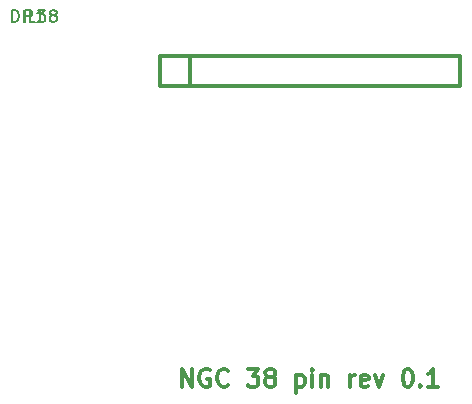
<source format=gto>
G04 (created by PCBNEW (2013-07-07 BZR 4022)-stable) date 13/10/2014 15:08:58*
%MOIN*%
G04 Gerber Fmt 3.4, Leading zero omitted, Abs format*
%FSLAX34Y34*%
G01*
G70*
G90*
G04 APERTURE LIST*
%ADD10C,0.00590551*%
%ADD11C,0.011811*%
%ADD12C,0.012*%
G04 APERTURE END LIST*
G54D10*
G54D11*
X60038Y-67439D02*
X60038Y-66849D01*
X60376Y-67439D01*
X60376Y-66849D01*
X60966Y-66877D02*
X60910Y-66849D01*
X60826Y-66849D01*
X60741Y-66877D01*
X60685Y-66933D01*
X60657Y-66989D01*
X60629Y-67102D01*
X60629Y-67186D01*
X60657Y-67299D01*
X60685Y-67355D01*
X60741Y-67411D01*
X60826Y-67439D01*
X60882Y-67439D01*
X60966Y-67411D01*
X60994Y-67383D01*
X60994Y-67186D01*
X60882Y-67186D01*
X61585Y-67383D02*
X61557Y-67411D01*
X61473Y-67439D01*
X61416Y-67439D01*
X61332Y-67411D01*
X61276Y-67355D01*
X61248Y-67299D01*
X61219Y-67186D01*
X61219Y-67102D01*
X61248Y-66989D01*
X61276Y-66933D01*
X61332Y-66877D01*
X61416Y-66849D01*
X61473Y-66849D01*
X61557Y-66877D01*
X61585Y-66905D01*
X62232Y-66849D02*
X62597Y-66849D01*
X62401Y-67074D01*
X62485Y-67074D01*
X62541Y-67102D01*
X62569Y-67130D01*
X62597Y-67186D01*
X62597Y-67327D01*
X62569Y-67383D01*
X62541Y-67411D01*
X62485Y-67439D01*
X62316Y-67439D01*
X62260Y-67411D01*
X62232Y-67383D01*
X62935Y-67102D02*
X62879Y-67074D01*
X62850Y-67046D01*
X62822Y-66989D01*
X62822Y-66961D01*
X62850Y-66905D01*
X62879Y-66877D01*
X62935Y-66849D01*
X63047Y-66849D01*
X63104Y-66877D01*
X63132Y-66905D01*
X63160Y-66961D01*
X63160Y-66989D01*
X63132Y-67046D01*
X63104Y-67074D01*
X63047Y-67102D01*
X62935Y-67102D01*
X62879Y-67130D01*
X62850Y-67158D01*
X62822Y-67214D01*
X62822Y-67327D01*
X62850Y-67383D01*
X62879Y-67411D01*
X62935Y-67439D01*
X63047Y-67439D01*
X63104Y-67411D01*
X63132Y-67383D01*
X63160Y-67327D01*
X63160Y-67214D01*
X63132Y-67158D01*
X63104Y-67130D01*
X63047Y-67102D01*
X63863Y-67046D02*
X63863Y-67636D01*
X63863Y-67074D02*
X63919Y-67046D01*
X64032Y-67046D01*
X64088Y-67074D01*
X64116Y-67102D01*
X64144Y-67158D01*
X64144Y-67327D01*
X64116Y-67383D01*
X64088Y-67411D01*
X64032Y-67439D01*
X63919Y-67439D01*
X63863Y-67411D01*
X64397Y-67439D02*
X64397Y-67046D01*
X64397Y-66849D02*
X64369Y-66877D01*
X64397Y-66905D01*
X64425Y-66877D01*
X64397Y-66849D01*
X64397Y-66905D01*
X64678Y-67046D02*
X64678Y-67439D01*
X64678Y-67102D02*
X64706Y-67074D01*
X64763Y-67046D01*
X64847Y-67046D01*
X64903Y-67074D01*
X64931Y-67130D01*
X64931Y-67439D01*
X65663Y-67439D02*
X65663Y-67046D01*
X65663Y-67158D02*
X65691Y-67102D01*
X65719Y-67074D01*
X65775Y-67046D01*
X65831Y-67046D01*
X66253Y-67411D02*
X66197Y-67439D01*
X66084Y-67439D01*
X66028Y-67411D01*
X66000Y-67355D01*
X66000Y-67130D01*
X66028Y-67074D01*
X66084Y-67046D01*
X66197Y-67046D01*
X66253Y-67074D01*
X66281Y-67130D01*
X66281Y-67186D01*
X66000Y-67242D01*
X66478Y-67046D02*
X66619Y-67439D01*
X66759Y-67046D01*
X67547Y-66849D02*
X67603Y-66849D01*
X67659Y-66877D01*
X67687Y-66905D01*
X67715Y-66961D01*
X67744Y-67074D01*
X67744Y-67214D01*
X67715Y-67327D01*
X67687Y-67383D01*
X67659Y-67411D01*
X67603Y-67439D01*
X67547Y-67439D01*
X67491Y-67411D01*
X67462Y-67383D01*
X67434Y-67327D01*
X67406Y-67214D01*
X67406Y-67074D01*
X67434Y-66961D01*
X67462Y-66905D01*
X67491Y-66877D01*
X67547Y-66849D01*
X67997Y-67383D02*
X68025Y-67411D01*
X67997Y-67439D01*
X67969Y-67411D01*
X67997Y-67383D01*
X67997Y-67439D01*
X68587Y-67439D02*
X68250Y-67439D01*
X68419Y-67439D02*
X68419Y-66849D01*
X68362Y-66933D01*
X68306Y-66989D01*
X68250Y-67017D01*
G54D12*
X59299Y-57401D02*
X59299Y-56401D01*
X59299Y-56401D02*
X69299Y-56401D01*
X69299Y-56401D02*
X69299Y-57401D01*
X69299Y-57401D02*
X59299Y-57401D01*
X60299Y-57401D02*
X60299Y-56401D01*
G54D10*
X54827Y-55277D02*
X54827Y-54883D01*
X54977Y-54883D01*
X55014Y-54902D01*
X55033Y-54921D01*
X55052Y-54958D01*
X55052Y-55014D01*
X55033Y-55052D01*
X55014Y-55071D01*
X54977Y-55089D01*
X54827Y-55089D01*
X55427Y-55277D02*
X55202Y-55277D01*
X55314Y-55277D02*
X55314Y-54883D01*
X55277Y-54940D01*
X55239Y-54977D01*
X55202Y-54996D01*
X54386Y-55277D02*
X54386Y-54883D01*
X54480Y-54883D01*
X54536Y-54902D01*
X54574Y-54940D01*
X54593Y-54977D01*
X54611Y-55052D01*
X54611Y-55108D01*
X54593Y-55183D01*
X54574Y-55221D01*
X54536Y-55258D01*
X54480Y-55277D01*
X54386Y-55277D01*
X54780Y-55277D02*
X54780Y-54883D01*
X55155Y-55277D02*
X54968Y-55277D01*
X54968Y-54883D01*
X55249Y-54883D02*
X55493Y-54883D01*
X55361Y-55033D01*
X55418Y-55033D01*
X55455Y-55052D01*
X55474Y-55071D01*
X55493Y-55108D01*
X55493Y-55202D01*
X55474Y-55239D01*
X55455Y-55258D01*
X55418Y-55277D01*
X55305Y-55277D01*
X55268Y-55258D01*
X55249Y-55239D01*
X55718Y-55052D02*
X55680Y-55033D01*
X55661Y-55014D01*
X55643Y-54977D01*
X55643Y-54958D01*
X55661Y-54921D01*
X55680Y-54902D01*
X55718Y-54883D01*
X55793Y-54883D01*
X55830Y-54902D01*
X55849Y-54921D01*
X55868Y-54958D01*
X55868Y-54977D01*
X55849Y-55014D01*
X55830Y-55033D01*
X55793Y-55052D01*
X55718Y-55052D01*
X55680Y-55071D01*
X55661Y-55089D01*
X55643Y-55127D01*
X55643Y-55202D01*
X55661Y-55239D01*
X55680Y-55258D01*
X55718Y-55277D01*
X55793Y-55277D01*
X55830Y-55258D01*
X55849Y-55239D01*
X55868Y-55202D01*
X55868Y-55127D01*
X55849Y-55089D01*
X55830Y-55071D01*
X55793Y-55052D01*
M02*

</source>
